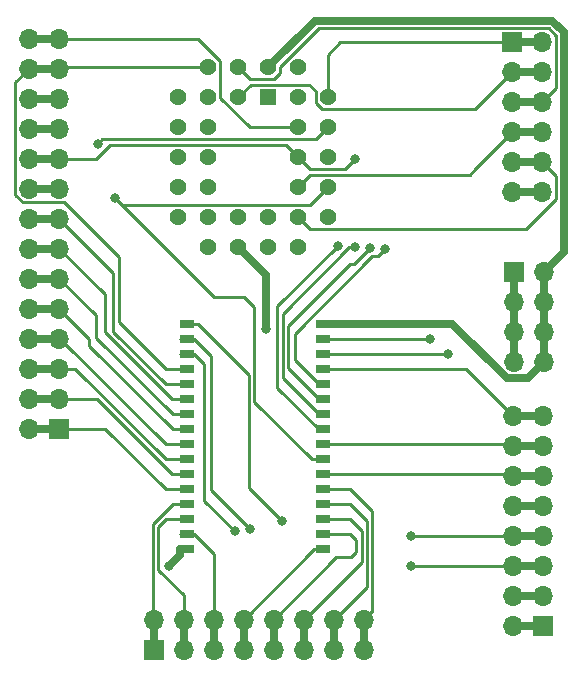
<source format=gbr>
%TF.GenerationSoftware,KiCad,Pcbnew,(5.1.6)-1*%
%TF.CreationDate,2020-09-22T21:52:57+03:00*%
%TF.ProjectId,RAM_ROM_devboard,52414d5f-524f-44d5-9f64-6576626f6172,rev?*%
%TF.SameCoordinates,Original*%
%TF.FileFunction,Copper,L1,Top*%
%TF.FilePolarity,Positive*%
%FSLAX46Y46*%
G04 Gerber Fmt 4.6, Leading zero omitted, Abs format (unit mm)*
G04 Created by KiCad (PCBNEW (5.1.6)-1) date 2020-09-22 21:52:57*
%MOMM*%
%LPD*%
G01*
G04 APERTURE LIST*
%TA.AperFunction,ComponentPad*%
%ADD10O,1.700000X1.700000*%
%TD*%
%TA.AperFunction,ComponentPad*%
%ADD11R,1.700000X1.700000*%
%TD*%
%TA.AperFunction,SMDPad,CuDef*%
%ADD12R,1.295000X0.650000*%
%TD*%
%TA.AperFunction,ComponentPad*%
%ADD13C,1.430000*%
%TD*%
%TA.AperFunction,ComponentPad*%
%ADD14R,1.430000X1.430000*%
%TD*%
%TA.AperFunction,ViaPad*%
%ADD15C,0.800000*%
%TD*%
%TA.AperFunction,Conductor*%
%ADD16C,0.700000*%
%TD*%
%TA.AperFunction,Conductor*%
%ADD17C,0.250000*%
%TD*%
G04 APERTURE END LIST*
D10*
%TO.P,J7,16*%
%TO.N,/~RAM_WE*%
X140716000Y-98806000D03*
%TO.P,J7,15*%
X143256000Y-98806000D03*
%TO.P,J7,14*%
%TO.N,/~RAM_OE*%
X140716000Y-101346000D03*
%TO.P,J7,13*%
X143256000Y-101346000D03*
%TO.P,J7,12*%
%TO.N,/~RAM_CE*%
X140716000Y-103886000D03*
%TO.P,J7,11*%
X143256000Y-103886000D03*
%TO.P,J7,10*%
%TO.N,/RAM_A18*%
X140716000Y-106426000D03*
%TO.P,J7,9*%
X143256000Y-106426000D03*
%TO.P,J7,8*%
%TO.N,/RAM_A17*%
X140716000Y-108966000D03*
%TO.P,J7,7*%
X143256000Y-108966000D03*
%TO.P,J7,6*%
%TO.N,/RAM_A16*%
X140716000Y-111506000D03*
%TO.P,J7,5*%
X143256000Y-111506000D03*
%TO.P,J7,4*%
%TO.N,/RAM_A15*%
X140716000Y-114046000D03*
%TO.P,J7,3*%
X143256000Y-114046000D03*
%TO.P,J7,2*%
%TO.N,/RAM_A14*%
X140716000Y-116586000D03*
D11*
%TO.P,J7,1*%
X143256000Y-116586000D03*
%TD*%
D12*
%TO.P,IC1,32*%
%TO.N,+5V*%
X124600000Y-91059000D03*
%TO.P,IC1,31*%
%TO.N,/RAM_A15*%
X124600000Y-92329000D03*
%TO.P,IC1,30*%
%TO.N,/RAM_A18*%
X124600000Y-93599000D03*
%TO.P,IC1,29*%
%TO.N,/~RAM_WE*%
X124600000Y-94869000D03*
%TO.P,IC1,28*%
%TO.N,/A13*%
X124600000Y-96139000D03*
%TO.P,IC1,27*%
%TO.N,/A8*%
X124600000Y-97409000D03*
%TO.P,IC1,26*%
%TO.N,/A9*%
X124600000Y-98679000D03*
%TO.P,IC1,25*%
%TO.N,/A11*%
X124600000Y-99949000D03*
%TO.P,IC1,24*%
%TO.N,/~RAM_OE*%
X124600000Y-101219000D03*
%TO.P,IC1,23*%
%TO.N,/A10*%
X124600000Y-102489000D03*
%TO.P,IC1,22*%
%TO.N,/~RAM_CE*%
X124600000Y-103759000D03*
%TO.P,IC1,21*%
%TO.N,/D7*%
X124600000Y-105029000D03*
%TO.P,IC1,20*%
%TO.N,/D6*%
X124600000Y-106299000D03*
%TO.P,IC1,19*%
%TO.N,/D5*%
X124600000Y-107569000D03*
%TO.P,IC1,18*%
%TO.N,/D4*%
X124600000Y-108839000D03*
%TO.P,IC1,17*%
%TO.N,/D3*%
X124600000Y-110109000D03*
%TO.P,IC1,16*%
%TO.N,GND*%
X113144000Y-110109000D03*
%TO.P,IC1,15*%
%TO.N,/D2*%
X113144000Y-108839000D03*
%TO.P,IC1,14*%
%TO.N,/D1*%
X113144000Y-107569000D03*
%TO.P,IC1,13*%
%TO.N,/D0*%
X113144000Y-106299000D03*
%TO.P,IC1,12*%
%TO.N,/A0*%
X113144000Y-105029000D03*
%TO.P,IC1,11*%
%TO.N,/A1*%
X113144000Y-103759000D03*
%TO.P,IC1,10*%
%TO.N,/A2*%
X113144000Y-102489000D03*
%TO.P,IC1,9*%
%TO.N,/A3*%
X113144000Y-101219000D03*
%TO.P,IC1,8*%
%TO.N,/A4*%
X113144000Y-99949000D03*
%TO.P,IC1,7*%
%TO.N,/A5*%
X113144000Y-98679000D03*
%TO.P,IC1,6*%
%TO.N,/A6*%
X113144000Y-97409000D03*
%TO.P,IC1,5*%
%TO.N,/A7*%
X113144000Y-96139000D03*
%TO.P,IC1,4*%
%TO.N,/A12*%
X113144000Y-94869000D03*
%TO.P,IC1,3*%
%TO.N,/RAM_A14*%
X113144000Y-93599000D03*
%TO.P,IC1,2*%
%TO.N,/RAM_A16*%
X113144000Y-92329000D03*
%TO.P,IC1,1*%
%TO.N,/RAM_A17*%
X113144000Y-91059000D03*
%TD*%
D13*
%TO.P,J2,32*%
%TO.N,+5V*%
X119988500Y-69280000D03*
%TO.P,J2,31*%
%TO.N,/~ROM_WE*%
X122528500Y-71820000D03*
%TO.P,J2,30*%
%TO.N,N/C*%
X122528500Y-69280000D03*
%TO.P,J2,29*%
%TO.N,/ROM_A14*%
X125068500Y-71820000D03*
%TO.P,J2,28*%
%TO.N,/A13*%
X122528500Y-74360000D03*
%TO.P,J2,27*%
%TO.N,/A8*%
X125068500Y-74360000D03*
%TO.P,J2,26*%
%TO.N,/A9*%
X122528500Y-76900000D03*
%TO.P,J2,25*%
%TO.N,/A11*%
X125068500Y-76900000D03*
%TO.P,J2,24*%
%TO.N,/~ROM_OE*%
X122528500Y-79440000D03*
%TO.P,J2,23*%
%TO.N,/A10*%
X125068500Y-79440000D03*
%TO.P,J2,22*%
%TO.N,/~ROM_CE*%
X122528500Y-81980000D03*
%TO.P,J2,21*%
%TO.N,/D7*%
X125068500Y-81980000D03*
%TO.P,J2,20*%
%TO.N,/D6*%
X122528500Y-84520000D03*
%TO.P,J2,19*%
%TO.N,/D5*%
X119988500Y-81980000D03*
%TO.P,J2,18*%
%TO.N,/D4*%
X119988500Y-84520000D03*
%TO.P,J2,17*%
%TO.N,/D3*%
X117448500Y-81980000D03*
%TO.P,J2,16*%
%TO.N,GND*%
X117448500Y-84520000D03*
%TO.P,J2,15*%
%TO.N,/D2*%
X114908500Y-81980000D03*
%TO.P,J2,14*%
%TO.N,/D1*%
X114908500Y-84520000D03*
%TO.P,J2,13*%
%TO.N,/D0*%
X112368500Y-81980000D03*
%TO.P,J2,12*%
%TO.N,/A0*%
X114908500Y-79440000D03*
%TO.P,J2,11*%
%TO.N,/A1*%
X112368500Y-79440000D03*
%TO.P,J2,10*%
%TO.N,/A2*%
X114908500Y-76900000D03*
%TO.P,J2,9*%
%TO.N,/A3*%
X112368500Y-76900000D03*
%TO.P,J2,8*%
%TO.N,/A4*%
X114908500Y-74360000D03*
%TO.P,J2,7*%
%TO.N,/A5*%
X112368500Y-74360000D03*
%TO.P,J2,6*%
%TO.N,/A6*%
X114908500Y-71820000D03*
%TO.P,J2,5*%
%TO.N,/A7*%
X112368500Y-71820000D03*
%TO.P,J2,4*%
%TO.N,/A12*%
X114908500Y-69280000D03*
%TO.P,J2,3*%
%TO.N,/ROM_A15*%
X117448500Y-71820000D03*
%TO.P,J2,2*%
%TO.N,/ROM_A16*%
X117448500Y-69280000D03*
D14*
%TO.P,J2,1*%
%TO.N,N/C*%
X119988500Y-71820000D03*
%TD*%
D10*
%TO.P,J6,12*%
%TO.N,/~ROM_WE*%
X143192500Y-79883000D03*
%TO.P,J6,11*%
X140652500Y-79883000D03*
%TO.P,J6,10*%
%TO.N,/~ROM_CE*%
X143192500Y-77343000D03*
%TO.P,J6,9*%
X140652500Y-77343000D03*
%TO.P,J6,8*%
%TO.N,/~ROM_OE*%
X143192500Y-74803000D03*
%TO.P,J6,7*%
X140652500Y-74803000D03*
%TO.P,J6,6*%
%TO.N,/ROM_A16*%
X143192500Y-72263000D03*
%TO.P,J6,5*%
X140652500Y-72263000D03*
%TO.P,J6,4*%
%TO.N,/ROM_A15*%
X143192500Y-69723000D03*
%TO.P,J6,3*%
X140652500Y-69723000D03*
%TO.P,J6,2*%
%TO.N,/ROM_A14*%
X143192500Y-67183000D03*
D11*
%TO.P,J6,1*%
X140652500Y-67183000D03*
%TD*%
D10*
%TO.P,J4,8*%
%TO.N,+5V*%
X143383000Y-94234000D03*
%TO.P,J4,7*%
%TO.N,GND*%
X140843000Y-94234000D03*
%TO.P,J4,6*%
%TO.N,+5V*%
X143383000Y-91694000D03*
%TO.P,J4,5*%
%TO.N,GND*%
X140843000Y-91694000D03*
%TO.P,J4,4*%
%TO.N,+5V*%
X143383000Y-89154000D03*
%TO.P,J4,3*%
%TO.N,GND*%
X140843000Y-89154000D03*
%TO.P,J4,2*%
%TO.N,+5V*%
X143383000Y-86614000D03*
D11*
%TO.P,J4,1*%
%TO.N,GND*%
X140843000Y-86614000D03*
%TD*%
D10*
%TO.P,J3,16*%
%TO.N,/D7*%
X128079500Y-116078000D03*
%TO.P,J3,15*%
X128079500Y-118618000D03*
%TO.P,J3,14*%
%TO.N,/D6*%
X125539500Y-116078000D03*
%TO.P,J3,13*%
X125539500Y-118618000D03*
%TO.P,J3,12*%
%TO.N,/D5*%
X122999500Y-116078000D03*
%TO.P,J3,11*%
X122999500Y-118618000D03*
%TO.P,J3,10*%
%TO.N,/D4*%
X120459500Y-116078000D03*
%TO.P,J3,9*%
X120459500Y-118618000D03*
%TO.P,J3,8*%
%TO.N,/D3*%
X117919500Y-116078000D03*
%TO.P,J3,7*%
X117919500Y-118618000D03*
%TO.P,J3,6*%
%TO.N,/D2*%
X115379500Y-116078000D03*
%TO.P,J3,5*%
X115379500Y-118618000D03*
%TO.P,J3,4*%
%TO.N,/D1*%
X112839500Y-116078000D03*
%TO.P,J3,3*%
X112839500Y-118618000D03*
%TO.P,J3,2*%
%TO.N,/D0*%
X110299500Y-116078000D03*
D11*
%TO.P,J3,1*%
X110299500Y-118618000D03*
%TD*%
D10*
%TO.P,J1,28*%
%TO.N,/A13*%
X99758500Y-66865500D03*
%TO.P,J1,27*%
X102298500Y-66865500D03*
%TO.P,J1,26*%
%TO.N,/A12*%
X99758500Y-69405500D03*
%TO.P,J1,25*%
X102298500Y-69405500D03*
%TO.P,J1,24*%
%TO.N,/A11*%
X99758500Y-71945500D03*
%TO.P,J1,23*%
X102298500Y-71945500D03*
%TO.P,J1,22*%
%TO.N,/A10*%
X99758500Y-74485500D03*
%TO.P,J1,21*%
X102298500Y-74485500D03*
%TO.P,J1,20*%
%TO.N,/A9*%
X99758500Y-77025500D03*
%TO.P,J1,19*%
X102298500Y-77025500D03*
%TO.P,J1,18*%
%TO.N,/A8*%
X99758500Y-79565500D03*
%TO.P,J1,17*%
X102298500Y-79565500D03*
%TO.P,J1,16*%
%TO.N,/A7*%
X99758500Y-82105500D03*
%TO.P,J1,15*%
X102298500Y-82105500D03*
%TO.P,J1,14*%
%TO.N,/A6*%
X99758500Y-84645500D03*
%TO.P,J1,13*%
X102298500Y-84645500D03*
%TO.P,J1,12*%
%TO.N,/A5*%
X99758500Y-87185500D03*
%TO.P,J1,11*%
X102298500Y-87185500D03*
%TO.P,J1,10*%
%TO.N,/A4*%
X99758500Y-89725500D03*
%TO.P,J1,9*%
X102298500Y-89725500D03*
%TO.P,J1,8*%
%TO.N,/A3*%
X99758500Y-92265500D03*
%TO.P,J1,7*%
X102298500Y-92265500D03*
%TO.P,J1,6*%
%TO.N,/A2*%
X99758500Y-94805500D03*
%TO.P,J1,5*%
X102298500Y-94805500D03*
%TO.P,J1,4*%
%TO.N,/A1*%
X99758500Y-97345500D03*
%TO.P,J1,3*%
X102298500Y-97345500D03*
%TO.P,J1,2*%
%TO.N,/A0*%
X99758500Y-99885500D03*
D11*
%TO.P,J1,1*%
X102298500Y-99885500D03*
%TD*%
D15*
%TO.N,/RAM_A15*%
X133731000Y-92329000D03*
%TO.N,/A13*%
X129921000Y-84645500D03*
%TO.N,/A8*%
X105600500Y-75755500D03*
X128651000Y-84582000D03*
%TO.N,/A9*%
X127317500Y-84518500D03*
X127317500Y-77089000D03*
%TO.N,/A11*%
X125920500Y-84391500D03*
%TO.N,/A10*%
X106997500Y-80327500D03*
%TO.N,GND*%
X119824500Y-91440000D03*
X111569500Y-111506000D03*
%TO.N,/RAM_A14*%
X117157500Y-108585000D03*
%TO.N,/RAM_A16*%
X118427500Y-108394500D03*
X132080000Y-111506000D03*
%TO.N,/RAM_A18*%
X135255000Y-93599000D03*
%TO.N,/RAM_A17*%
X121158000Y-107696000D03*
X132080000Y-108966000D03*
%TD*%
D16*
%TO.N,+5V*%
X143383000Y-86614000D02*
X143383000Y-89154000D01*
X143383000Y-89154000D02*
X143383000Y-91694000D01*
X143383000Y-91694000D02*
X143383000Y-94234000D01*
X123935511Y-65332989D02*
X119988500Y-69280000D01*
X144036099Y-65332989D02*
X123935511Y-65332989D01*
X145042510Y-66339400D02*
X144036099Y-65332989D01*
X145042510Y-84954490D02*
X145042510Y-66339400D01*
X143383000Y-86614000D02*
X145042510Y-84954490D01*
X143383000Y-94234000D02*
X141982999Y-95634001D01*
X141982999Y-95634001D02*
X140170999Y-95634001D01*
X125603000Y-91059000D02*
X124600000Y-91059000D01*
X135595998Y-91059000D02*
X125603000Y-91059000D01*
X140170999Y-95634001D02*
X135595998Y-91059000D01*
D17*
%TO.N,/RAM_A15*%
X124600000Y-92329000D02*
X133731000Y-92329000D01*
X133731000Y-92329000D02*
X133731000Y-92329000D01*
D16*
X140716000Y-114046000D02*
X143256000Y-114046000D01*
D17*
%TO.N,/~RAM_WE*%
X136779000Y-94869000D02*
X140716000Y-98806000D01*
X124600000Y-94869000D02*
X136779000Y-94869000D01*
D16*
X140716000Y-98806000D02*
X143256000Y-98806000D01*
D17*
%TO.N,/A13*%
X115948501Y-68780799D02*
X114033202Y-66865500D01*
X114033202Y-66865500D02*
X102298500Y-66865500D01*
X115948501Y-71859203D02*
X115948501Y-68780799D01*
X118449298Y-74360000D02*
X115948501Y-71859203D01*
X122528500Y-74360000D02*
X118449298Y-74360000D01*
X129921000Y-84645500D02*
X129921000Y-84645500D01*
D16*
X99758500Y-66865500D02*
X102298500Y-66865500D01*
D17*
X129921000Y-84645500D02*
X129660502Y-84645500D01*
X129259499Y-85307001D02*
X129921000Y-84645500D01*
X124600000Y-96139000D02*
X124277500Y-96139000D01*
X124277500Y-96139000D02*
X122237500Y-94099000D01*
X128794497Y-85307001D02*
X129259499Y-85307001D01*
X122237500Y-94099000D02*
X122237500Y-91863998D01*
X122237500Y-91863998D02*
X128794497Y-85307001D01*
%TO.N,/A8*%
X124028499Y-75400001D02*
X105955999Y-75400001D01*
X125068500Y-74360000D02*
X124028499Y-75400001D01*
X105955999Y-75400001D02*
X105600500Y-75755500D01*
X105600500Y-75755500D02*
X105600500Y-75755500D01*
X128651000Y-84582000D02*
X128651000Y-84582000D01*
D16*
X99758500Y-79565500D02*
X102298500Y-79565500D01*
D17*
X124312498Y-97409000D02*
X124600000Y-97409000D01*
X128651000Y-84582000D02*
X127254000Y-85979000D01*
X126930002Y-85979000D02*
X121677020Y-91231982D01*
X127254000Y-85979000D02*
X126930002Y-85979000D01*
X121677020Y-91231982D02*
X121677020Y-94773522D01*
X121677020Y-94773522D02*
X124312498Y-97409000D01*
%TO.N,/A9*%
X105403502Y-77025500D02*
X102298500Y-77025500D01*
X121488499Y-75859999D02*
X106569003Y-75859999D01*
X106569003Y-75859999D02*
X105403502Y-77025500D01*
X122528500Y-76900000D02*
X121488499Y-75859999D01*
X127317500Y-84518500D02*
X127317500Y-84518500D01*
X123568501Y-77940001D02*
X122528500Y-76900000D01*
X126466499Y-77940001D02*
X123568501Y-77940001D01*
X127317500Y-77089000D02*
X126466499Y-77940001D01*
D16*
X99758500Y-77025500D02*
X102298500Y-77025500D01*
D17*
X124312498Y-98679000D02*
X124600000Y-98679000D01*
X121227010Y-95593512D02*
X124312498Y-98679000D01*
X121227010Y-90157992D02*
X121227010Y-95593512D01*
X126866502Y-84518500D02*
X121227010Y-90157992D01*
X127317500Y-84518500D02*
X126866502Y-84518500D01*
%TO.N,/A11*%
X125920500Y-84391500D02*
X125920500Y-84391500D01*
D16*
X99758500Y-71945500D02*
X102298500Y-71945500D01*
D17*
X124312498Y-99949000D02*
X124600000Y-99949000D01*
X120777000Y-96413502D02*
X124312498Y-99949000D01*
X120777000Y-89535000D02*
X120777000Y-96413502D01*
X125920500Y-84391500D02*
X120777000Y-89535000D01*
%TO.N,/~RAM_OE*%
X140589000Y-101219000D02*
X140716000Y-101346000D01*
X124600000Y-101219000D02*
X140589000Y-101219000D01*
D16*
X140716000Y-101346000D02*
X143256000Y-101346000D01*
D17*
%TO.N,/A10*%
X123568501Y-80939999D02*
X107609999Y-80939999D01*
X125068500Y-79440000D02*
X123568501Y-80939999D01*
X107609999Y-80939999D02*
X107315000Y-80645000D01*
X107315000Y-80645000D02*
X106997500Y-80327500D01*
X106997500Y-80327500D02*
X106997500Y-80327500D01*
D16*
X99758500Y-74485500D02*
X102298500Y-74485500D01*
D17*
X106997500Y-80327500D02*
X115443000Y-88773000D01*
X115443000Y-88773000D02*
X117983000Y-88773000D01*
X123702500Y-102489000D02*
X124600000Y-102489000D01*
X117983000Y-88773000D02*
X118808500Y-89598500D01*
X118808500Y-89598500D02*
X118808500Y-97595000D01*
X118808500Y-97595000D02*
X123702500Y-102489000D01*
%TO.N,/~RAM_CE*%
X140589000Y-103759000D02*
X140716000Y-103886000D01*
X124600000Y-103759000D02*
X140589000Y-103759000D01*
D16*
X140716000Y-103886000D02*
X143256000Y-103886000D01*
D17*
%TO.N,/D7*%
X128794527Y-115362973D02*
X128079500Y-116078000D01*
X125740000Y-105029000D02*
X126951000Y-105029000D01*
X128794527Y-106872527D02*
X128794527Y-115362973D01*
X126951000Y-105029000D02*
X128794527Y-106872527D01*
D16*
X128079500Y-116078000D02*
X128079500Y-118618000D01*
D17*
X125740000Y-105029000D02*
X124600000Y-105029000D01*
%TO.N,/D6*%
X128344518Y-113272982D02*
X125539500Y-116078000D01*
X128344518Y-107692518D02*
X128344518Y-113272982D01*
X125740000Y-106299000D02*
X126951000Y-106299000D01*
X126951000Y-106299000D02*
X128344518Y-107692518D01*
D16*
X125539500Y-116078000D02*
X125539500Y-118618000D01*
D17*
X125740000Y-106299000D02*
X124600000Y-106299000D01*
%TO.N,/D5*%
X127894510Y-108512510D02*
X127894509Y-111182991D01*
X125740000Y-107569000D02*
X126951000Y-107569000D01*
X127894509Y-111182991D02*
X122999500Y-116078000D01*
X126951000Y-107569000D02*
X127894510Y-108512510D01*
D16*
X122999500Y-116078000D02*
X122999500Y-118618000D01*
D17*
X125740000Y-107569000D02*
X124600000Y-107569000D01*
%TO.N,/D4*%
X126951000Y-108839000D02*
X127444500Y-109332500D01*
X125740000Y-108839000D02*
X126951000Y-108839000D01*
X127444500Y-109332500D02*
X127444500Y-110300502D01*
X125753499Y-110784001D02*
X120459500Y-116078000D01*
X126961001Y-110784001D02*
X125753499Y-110784001D01*
X127444500Y-110300502D02*
X126961001Y-110784001D01*
D16*
X120459500Y-116078000D02*
X120459500Y-118618000D01*
D17*
X125740000Y-108839000D02*
X124600000Y-108839000D01*
%TO.N,/D3*%
X123888500Y-110109000D02*
X117919500Y-116078000D01*
D16*
X117919500Y-116078000D02*
X117919500Y-118618000D01*
D17*
X123888500Y-110109000D02*
X124600000Y-110109000D01*
D16*
%TO.N,GND*%
X140843000Y-86614000D02*
X140843000Y-89154000D01*
X140843000Y-89154000D02*
X140843000Y-91694000D01*
X140843000Y-91694000D02*
X140843000Y-94234000D01*
X119824500Y-86896000D02*
X119824500Y-91440000D01*
X117448500Y-84520000D02*
X119824500Y-86896000D01*
X112512000Y-110563500D02*
X111569500Y-111506000D01*
X112512000Y-110109000D02*
X112512000Y-110563500D01*
X140739000Y-89050000D02*
X140843000Y-89154000D01*
D17*
%TO.N,/D2*%
X115379500Y-110495500D02*
X115379500Y-116078000D01*
X113723000Y-108839000D02*
X115379500Y-110495500D01*
X112512000Y-108839000D02*
X113723000Y-108839000D01*
D16*
X115379500Y-116078000D02*
X115379500Y-118618000D01*
D17*
%TO.N,/D1*%
X111301000Y-107569000D02*
X110680500Y-108189500D01*
X112512000Y-107569000D02*
X111301000Y-107569000D01*
X110680500Y-108189500D02*
X110680500Y-111823500D01*
X112839500Y-113982500D02*
X112839500Y-116078000D01*
X110680500Y-111823500D02*
X112839500Y-113982500D01*
D16*
X112839500Y-116078000D02*
X112839500Y-118618000D01*
D17*
%TO.N,/D0*%
X110230490Y-116008990D02*
X110299500Y-116078000D01*
X110230490Y-108003100D02*
X110230490Y-116008990D01*
X111934590Y-106299000D02*
X110230490Y-108003100D01*
X112512000Y-106299000D02*
X111934590Y-106299000D01*
D16*
X110299500Y-116078000D02*
X110299500Y-118618000D01*
D17*
%TO.N,/A0*%
X111301000Y-105029000D02*
X106157500Y-99885500D01*
X106157500Y-99885500D02*
X102298500Y-99885500D01*
X112512000Y-105029000D02*
X111301000Y-105029000D01*
D16*
X102298500Y-99885500D02*
X99758500Y-99885500D01*
D17*
%TO.N,/A1*%
X105472498Y-97345500D02*
X102298500Y-97345500D01*
X111885998Y-103759000D02*
X105472498Y-97345500D01*
X112512000Y-103759000D02*
X111885998Y-103759000D01*
D16*
X99758500Y-97345500D02*
X102298500Y-97345500D01*
D17*
%TO.N,/A2*%
X103617500Y-94805500D02*
X102298500Y-94805500D01*
X111301000Y-102489000D02*
X103617500Y-94805500D01*
X112512000Y-102489000D02*
X111301000Y-102489000D01*
D16*
X99758500Y-94805500D02*
X102298500Y-94805500D01*
D17*
%TO.N,/A3*%
X111301000Y-101219000D02*
X102347500Y-92265500D01*
X102347500Y-92265500D02*
X102298500Y-92265500D01*
X112512000Y-101219000D02*
X111301000Y-101219000D01*
D16*
X99758500Y-92265500D02*
X102298500Y-92265500D01*
D17*
%TO.N,/A4*%
X111901000Y-99949000D02*
X104838500Y-92886500D01*
X112512000Y-99949000D02*
X111901000Y-99949000D01*
X104838500Y-92265500D02*
X102298500Y-89725500D01*
X104838500Y-92886500D02*
X104838500Y-92265500D01*
D16*
X99758500Y-89725500D02*
X102298500Y-89725500D01*
D17*
%TO.N,/A5*%
X111901000Y-98679000D02*
X105410000Y-92188000D01*
X112512000Y-98679000D02*
X111901000Y-98679000D01*
X105410000Y-90297000D02*
X102298500Y-87185500D01*
X105410000Y-92188000D02*
X105410000Y-90297000D01*
D16*
X99758500Y-87185500D02*
X102298500Y-87185500D01*
D17*
%TO.N,/A6*%
X111885998Y-97409000D02*
X106172000Y-91695002D01*
X112512000Y-97409000D02*
X111885998Y-97409000D01*
X106172000Y-88519000D02*
X102298500Y-84645500D01*
X106172000Y-91695002D02*
X106172000Y-88519000D01*
D16*
X99758500Y-84645500D02*
X102298500Y-84645500D01*
D17*
%TO.N,/A7*%
X111301000Y-96139000D02*
X106870500Y-91708500D01*
X112512000Y-96139000D02*
X111301000Y-96139000D01*
X106870500Y-86677500D02*
X102298500Y-82105500D01*
X106870500Y-91708500D02*
X106870500Y-86677500D01*
D16*
X99758500Y-82105500D02*
X102298500Y-82105500D01*
D17*
%TO.N,/A12*%
X102424000Y-69280000D02*
X102298500Y-69405500D01*
X114908500Y-69280000D02*
X102424000Y-69280000D01*
X98583499Y-70580501D02*
X99758500Y-69405500D01*
X98583499Y-80129501D02*
X98583499Y-70580501D01*
X99194499Y-80740501D02*
X98583499Y-80129501D01*
X102672503Y-80740501D02*
X99194499Y-80740501D01*
X107320510Y-85388508D02*
X102672503Y-80740501D01*
X111301000Y-94869000D02*
X107320510Y-90888510D01*
X107320510Y-90888510D02*
X107320510Y-85388508D01*
X112512000Y-94869000D02*
X111301000Y-94869000D01*
D16*
X99758500Y-69405500D02*
X102298500Y-69405500D01*
D17*
%TO.N,/RAM_A14*%
X113723000Y-93599000D02*
X114554000Y-94430000D01*
X112512000Y-93599000D02*
X113723000Y-93599000D01*
X114554000Y-94430000D02*
X114554000Y-105981500D01*
X114554000Y-105981500D02*
X117157500Y-108585000D01*
X117157500Y-108585000D02*
X117157500Y-108585000D01*
D16*
X140716000Y-116586000D02*
X143256000Y-116586000D01*
D17*
%TO.N,/RAM_A16*%
X113723000Y-92329000D02*
X115125500Y-93731500D01*
X112512000Y-92329000D02*
X113723000Y-92329000D01*
X115125500Y-93731500D02*
X115125500Y-105092500D01*
X115125500Y-105092500D02*
X118427500Y-108394500D01*
X118427500Y-108394500D02*
X118491000Y-108458000D01*
X132080000Y-111506000D02*
X140716000Y-111506000D01*
D16*
X140716000Y-111506000D02*
X143256000Y-111506000D01*
%TO.N,/~ROM_WE*%
X140652500Y-79883000D02*
X143192500Y-79883000D01*
D17*
%TO.N,/ROM_A14*%
X125068500Y-71820000D02*
X125068500Y-68225500D01*
X126111000Y-67183000D02*
X140652500Y-67183000D01*
X125068500Y-68225500D02*
X126111000Y-67183000D01*
D16*
X140652500Y-67183000D02*
X143192500Y-67183000D01*
D17*
%TO.N,/~ROM_OE*%
X137515499Y-77940001D02*
X140652500Y-74803000D01*
X137055501Y-78399999D02*
X137515499Y-77940001D01*
X123568501Y-78399999D02*
X137055501Y-78399999D01*
X122528500Y-79440000D02*
X123568501Y-78399999D01*
D16*
X140652500Y-74803000D02*
X143192500Y-74803000D01*
D17*
%TO.N,/~ROM_CE*%
X144367501Y-80447001D02*
X144367501Y-78518001D01*
X144367501Y-78518001D02*
X143192500Y-77343000D01*
X141794501Y-83020001D02*
X144367501Y-80447001D01*
X123568501Y-83020001D02*
X141794501Y-83020001D01*
X122528500Y-81980000D02*
X123568501Y-83020001D01*
D16*
X140652500Y-77343000D02*
X143192500Y-77343000D01*
D17*
%TO.N,/ROM_A15*%
X124569299Y-72860001D02*
X137515499Y-72860001D01*
X124028499Y-72319201D02*
X124569299Y-72860001D01*
X124028499Y-71320799D02*
X124028499Y-72319201D01*
X137515499Y-72860001D02*
X140652500Y-69723000D01*
X123477710Y-70770010D02*
X124028499Y-71320799D01*
X118498490Y-70770010D02*
X123477710Y-70770010D01*
X117448500Y-71820000D02*
X118498490Y-70770010D01*
D16*
X140652500Y-69723000D02*
X143192500Y-69723000D01*
D17*
%TO.N,/ROM_A16*%
X144367501Y-66618999D02*
X144367501Y-71087999D01*
X124261299Y-66007999D02*
X143756501Y-66007999D01*
X121029500Y-69239798D02*
X124261299Y-66007999D01*
X143756501Y-66007999D02*
X144367501Y-66618999D01*
X121029500Y-69778202D02*
X121029500Y-69239798D01*
X120487701Y-70320001D02*
X121029500Y-69778202D01*
X118488501Y-70320001D02*
X120487701Y-70320001D01*
X144367501Y-71087999D02*
X143192500Y-72263000D01*
X117448500Y-69280000D02*
X118488501Y-70320001D01*
D16*
X140652500Y-72263000D02*
X143192500Y-72263000D01*
D17*
%TO.N,/RAM_A18*%
X124600000Y-93599000D02*
X135255000Y-93599000D01*
X135255000Y-93599000D02*
X135255000Y-93599000D01*
D16*
X140716000Y-106426000D02*
X143256000Y-106426000D01*
D17*
%TO.N,/RAM_A17*%
X118358490Y-95375990D02*
X118358490Y-104896490D01*
X113144000Y-91059000D02*
X114041500Y-91059000D01*
X114041500Y-91059000D02*
X118358490Y-95375990D01*
X118358490Y-104896490D02*
X121158000Y-107696000D01*
X121158000Y-107696000D02*
X121158000Y-107696000D01*
X132080000Y-108966000D02*
X140716000Y-108966000D01*
D16*
X140716000Y-108966000D02*
X143256000Y-108966000D01*
%TD*%
M02*

</source>
